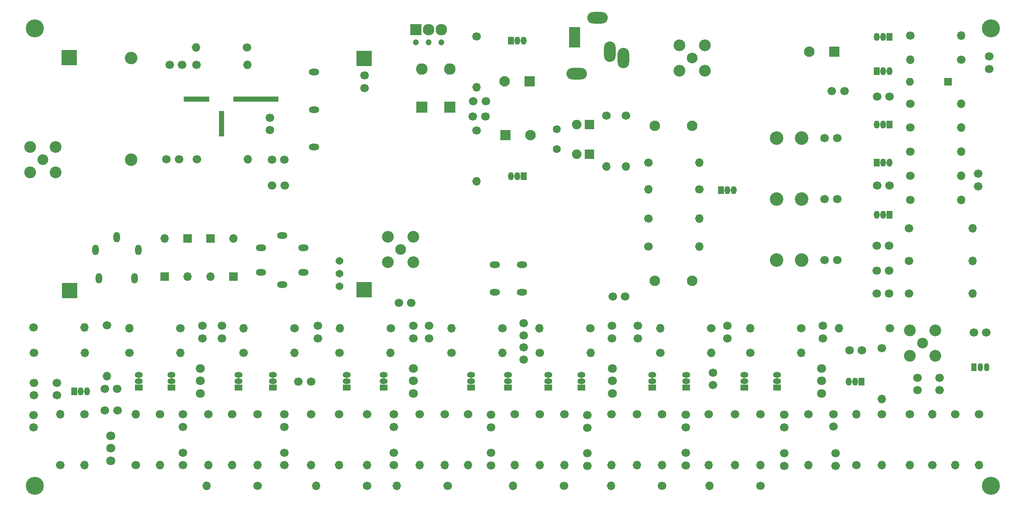
<source format=gbr>
%TF.GenerationSoftware,KiCad,Pcbnew,(5.1.6-0-10_14)*%
%TF.CreationDate,2020-10-31T17:57:06+01:00*%
%TF.ProjectId,FM_Receiver,464d5f52-6563-4656-9976-65722e6b6963,rev?*%
%TF.SameCoordinates,Original*%
%TF.FileFunction,Soldermask,Top*%
%TF.FilePolarity,Negative*%
%FSLAX46Y46*%
G04 Gerber Fmt 4.6, Leading zero omitted, Abs format (unit mm)*
G04 Created by KiCad (PCBNEW (5.1.6-0-10_14)) date 2020-10-31 17:57:06*
%MOMM*%
%LPD*%
G01*
G04 APERTURE LIST*
%ADD10O,2.300000X2.300000*%
%ADD11R,2.300000X2.300000*%
%ADD12O,4.100000X2.300000*%
%ADD13O,2.300000X4.100000*%
%ADD14R,2.300000X4.100000*%
%ADD15C,2.350000*%
%ADD16C,2.150000*%
%ADD17R,1.900000X1.900000*%
%ADD18C,1.900000*%
%ADD19C,1.700000*%
%ADD20O,1.700000X1.700000*%
%ADD21C,3.600000*%
%ADD22C,1.600000*%
%ADD23R,1.150000X1.600000*%
%ADD24O,1.150000X1.600000*%
%ADD25R,1.100000X5.100000*%
%ADD26R,9.100000X1.100000*%
%ADD27R,5.100000X1.100000*%
%ADD28C,2.100000*%
%ADD29R,2.100000X2.100000*%
%ADD30C,1.200000*%
%ADD31C,2.300000*%
%ADD32R,3.148000X3.148000*%
%ADD33R,1.100000X1.600000*%
%ADD34O,1.100000X1.600000*%
%ADD35C,1.540000*%
%ADD36O,2.100000X1.300000*%
%ADD37O,1.300000X2.100000*%
%ADD38C,2.500000*%
%ADD39O,2.500000X2.500000*%
%ADD40R,1.600000X1.150000*%
%ADD41O,1.600000X1.150000*%
%ADD42C,1.800000*%
%ADD43O,1.600000X1.600000*%
%ADD44R,1.600000X1.600000*%
%ADD45C,2.700000*%
%ADD46R,1.700000X1.700000*%
G04 APERTURE END LIST*
D10*
%TO.C,D101*%
X117078000Y-76778000D03*
D11*
X117078000Y-84398000D03*
%TD*%
D10*
%TO.C,D102*%
X122666000Y-76778000D03*
D11*
X122666000Y-84398000D03*
%TD*%
D12*
%TO.C,J107*%
X152158000Y-66528000D03*
D13*
X157358000Y-74528000D03*
X154658000Y-73328000D03*
D12*
X148058000Y-77728000D03*
D14*
X147558000Y-70428000D03*
%TD*%
D15*
%TO.C,J110*%
X168529000Y-77089000D03*
X168529000Y-72009000D03*
X173609000Y-72009000D03*
X173609000Y-77089000D03*
D16*
X171069000Y-74549000D03*
%TD*%
D17*
%TO.C,D103*%
X150548199Y-93756199D03*
D18*
X148008199Y-93756199D03*
%TD*%
%TO.C,D104*%
X148040600Y-87877800D03*
D17*
X150580600Y-87877800D03*
%TD*%
D19*
%TO.C,R103*%
X153933400Y-86074400D03*
D20*
X153933400Y-96234400D03*
%TD*%
%TO.C,R104*%
X157819600Y-96234400D03*
D19*
X157819600Y-86074400D03*
%TD*%
%TO.C,C109*%
X228076000Y-97696800D03*
X228076000Y-100196800D03*
%TD*%
%TO.C,C106*%
X230311200Y-74227200D03*
X230311200Y-76727200D03*
%TD*%
%TO.C,C105*%
X105648000Y-80548000D03*
X105648000Y-78048000D03*
%TD*%
%TO.C,C103*%
X115006000Y-123514000D03*
X112506000Y-123514000D03*
%TD*%
%TO.C,C102*%
X155178000Y-122244000D03*
X157678000Y-122244000D03*
%TD*%
D21*
%TO.C,REF\u002A\u002A*%
X39862000Y-160090000D03*
%TD*%
%TO.C,REF\u002A\u002A*%
X230616000Y-160090000D03*
%TD*%
%TO.C,REF\u002A\u002A*%
X230616000Y-68650000D03*
%TD*%
%TO.C,REF\u002A\u002A*%
X39862000Y-68650000D03*
%TD*%
D22*
%TO.C,TP102*%
X144041200Y-88740800D03*
%TD*%
%TO.C,TP101*%
X144041200Y-92740800D03*
%TD*%
D23*
%TO.C,Q102*%
X134860000Y-71090000D03*
D24*
X137400000Y-71090000D03*
X136130000Y-71090000D03*
%TD*%
D25*
%TO.C,Q201*%
X77120000Y-87675000D03*
D26*
X84045000Y-82750000D03*
D27*
X72195000Y-82750000D03*
%TD*%
D19*
%TO.C,R203*%
X82260000Y-72440000D03*
D20*
X72100000Y-72440000D03*
%TD*%
D19*
%TO.C,C201*%
X68680000Y-94810000D03*
X66180000Y-94810000D03*
%TD*%
%TO.C,C202*%
X69310000Y-75890000D03*
X66810000Y-75890000D03*
%TD*%
%TO.C,C204*%
X86800000Y-86460000D03*
X86800000Y-88960000D03*
%TD*%
%TO.C,R201*%
X72260000Y-94810000D03*
D20*
X82420000Y-94810000D03*
%TD*%
D19*
%TO.C,R102*%
X128000000Y-70200000D03*
D20*
X128000000Y-80360000D03*
%TD*%
D19*
%TO.C,C112*%
X129900000Y-83200000D03*
X127400000Y-83200000D03*
%TD*%
D28*
%TO.C,C111*%
X133600000Y-79200000D03*
D29*
X138600000Y-79200000D03*
%TD*%
D23*
%TO.C,Q101*%
X137400000Y-98200000D03*
D24*
X134860000Y-98200000D03*
X136130000Y-98200000D03*
%TD*%
D19*
%TO.C,C110*%
X127300000Y-86200000D03*
X129800000Y-86200000D03*
%TD*%
D11*
%TO.C,J101*%
X115933000Y-68877000D03*
D30*
X115933000Y-71417000D03*
D31*
X118473000Y-68877000D03*
D30*
X118473000Y-71417000D03*
D31*
X121013000Y-68877000D03*
D30*
X121013000Y-71417000D03*
%TD*%
D32*
%TO.C,J103*%
X46880000Y-121040000D03*
%TD*%
D20*
%TO.C,R101*%
X128000000Y-99160000D03*
D19*
X128000000Y-89000000D03*
%TD*%
D28*
%TO.C,C107*%
X138800000Y-90000000D03*
D29*
X133800000Y-90000000D03*
%TD*%
D32*
%TO.C,J102*%
X46750000Y-74470000D03*
%TD*%
%TO.C,J105*%
X105560000Y-120880000D03*
%TD*%
%TO.C,J104*%
X105630000Y-74630000D03*
%TD*%
D15*
%TO.C,J109*%
X214460000Y-134040000D03*
X214460000Y-128960000D03*
X219540000Y-128960000D03*
X219540000Y-134040000D03*
D16*
X217000000Y-131500000D03*
%TD*%
D19*
%TO.C,C403*%
X216000000Y-140950000D03*
X216000000Y-138450000D03*
%TD*%
D33*
%TO.C,Q401*%
X227250000Y-136350000D03*
D34*
X229790000Y-136350000D03*
X228520000Y-136350000D03*
%TD*%
D20*
%TO.C,R403*%
X223550000Y-155930600D03*
D19*
X223550000Y-145770600D03*
%TD*%
D20*
%TO.C,R402*%
X219000000Y-145770600D03*
D19*
X219000000Y-155930600D03*
%TD*%
%TO.C,C108*%
X198922000Y-81153000D03*
X201422000Y-81153000D03*
%TD*%
%TO.C,C104*%
X199644000Y-153583000D03*
X199644000Y-156083000D03*
%TD*%
D28*
%TO.C,C101*%
X194390000Y-73279000D03*
D29*
X199390000Y-73279000D03*
%TD*%
D20*
%TO.C,L501*%
X227009200Y-121666000D03*
D19*
X214309200Y-121666000D03*
%TD*%
D20*
%TO.C,L502*%
X227009200Y-115122400D03*
D19*
X214309200Y-115122400D03*
%TD*%
D15*
%TO.C,J108*%
X110372400Y-115335200D03*
X110372400Y-110255200D03*
X115452400Y-110255200D03*
X115452400Y-115335200D03*
D16*
X112912400Y-112795200D03*
%TD*%
D35*
%TO.C,RV201*%
X100712000Y-120150000D03*
X100712000Y-117610000D03*
X100712000Y-115070000D03*
%TD*%
D36*
%TO.C,T202*%
X85065600Y-117381400D03*
X93498400Y-117381400D03*
X93498400Y-112504600D03*
X85065600Y-112504600D03*
X89282000Y-110043000D03*
X89282000Y-119843000D03*
%TD*%
D19*
%TO.C,R202*%
X72160000Y-75890000D03*
D20*
X82320000Y-75890000D03*
%TD*%
D19*
%TO.C,C317*%
X118529100Y-130606800D03*
X118529100Y-128106800D03*
%TD*%
D20*
%TO.C,R325*%
X123024900Y-128550000D03*
D19*
X133184900Y-128550000D03*
%TD*%
D20*
%TO.C,R327*%
X133210300Y-133502400D03*
D19*
X123050300Y-133502400D03*
%TD*%
D37*
%TO.C,T201*%
X59818000Y-118549800D03*
X60554600Y-112885600D03*
X56262000Y-110396400D03*
X52706000Y-118549800D03*
X51969400Y-112885600D03*
%TD*%
D36*
%TO.C,T301*%
X131648200Y-121335800D03*
X137083800Y-121335800D03*
X131648200Y-115900200D03*
X137083800Y-115900200D03*
%TD*%
D16*
%TO.C,J106*%
X41538400Y-94913600D03*
D15*
X38998400Y-92373600D03*
X38998400Y-97453600D03*
X44078400Y-97453600D03*
X44078400Y-92373600D03*
%TD*%
D28*
%TO.C,C510*%
X171076000Y-88138000D03*
X163576000Y-88138000D03*
%TD*%
D36*
%TO.C,L202*%
X95600000Y-92350000D03*
X95600000Y-84850000D03*
X95600000Y-77350000D03*
%TD*%
D19*
%TO.C,C203*%
X89696800Y-94862800D03*
X87196800Y-94862800D03*
%TD*%
%TO.C,C205*%
X87246000Y-100043000D03*
X89746000Y-100043000D03*
%TD*%
D38*
%TO.C,L201*%
X59090000Y-94880000D03*
D39*
X59090000Y-74560000D03*
%TD*%
D19*
%TO.C,C301*%
X39751000Y-139458700D03*
X39751000Y-141958700D03*
%TD*%
%TO.C,C303*%
X44272200Y-139486000D03*
X44272200Y-141986000D03*
%TD*%
D23*
%TO.C,Q301*%
X47790100Y-141147800D03*
D24*
X50330100Y-141147800D03*
X49060100Y-141147800D03*
%TD*%
D20*
%TO.C,R301*%
X49885600Y-133502400D03*
D19*
X39725600Y-133502400D03*
%TD*%
D20*
%TO.C,R304*%
X49834800Y-128409700D03*
D19*
X39674800Y-128409700D03*
%TD*%
%TO.C,C302*%
X39674800Y-148410300D03*
X39674800Y-145910300D03*
%TD*%
%TO.C,C304*%
X53875300Y-144970500D03*
X56375300Y-144970500D03*
%TD*%
%TO.C,C305*%
X53835300Y-140652500D03*
X56335300Y-140652500D03*
%TD*%
%TO.C,C306*%
X69430900Y-153430600D03*
X69430900Y-155930600D03*
%TD*%
%TO.C,C307*%
X69430900Y-148270600D03*
X69430900Y-145770600D03*
%TD*%
%TO.C,C308*%
X73329800Y-128106800D03*
X73329800Y-130606800D03*
%TD*%
%TO.C,C309*%
X77254100Y-130606800D03*
X77254100Y-128106800D03*
%TD*%
D40*
%TO.C,Q302*%
X60655200Y-140423900D03*
D41*
X60655200Y-137883900D03*
X60655200Y-139153900D03*
%TD*%
D40*
%TO.C,Q303*%
X67144900Y-140423900D03*
D41*
X67144900Y-137883900D03*
X67144900Y-139153900D03*
%TD*%
D20*
%TO.C,R302*%
X49822100Y-155930600D03*
D19*
X49822100Y-145770600D03*
%TD*%
D20*
%TO.C,R303*%
X44996100Y-145770600D03*
D19*
X44996100Y-155930600D03*
%TD*%
D20*
%TO.C,R305*%
X54254400Y-138176000D03*
D19*
X54254400Y-128016000D03*
%TD*%
D20*
%TO.C,R306*%
X60032900Y-145770600D03*
D19*
X60032900Y-155930600D03*
%TD*%
D20*
%TO.C,R307*%
X58762900Y-128550000D03*
D19*
X68922900Y-128550000D03*
%TD*%
D20*
%TO.C,R308*%
X64858900Y-155930600D03*
D19*
X64858900Y-145770600D03*
%TD*%
D20*
%TO.C,R309*%
X68922900Y-133502400D03*
D19*
X58762900Y-133502400D03*
%TD*%
D20*
%TO.C,R310*%
X74510900Y-155930600D03*
D19*
X74510900Y-145770600D03*
%TD*%
D42*
%TO.C,Y301*%
X55016400Y-155063200D03*
X55016400Y-152563200D03*
X55016400Y-150063200D03*
%TD*%
%TO.C,Y302*%
X72910700Y-141588500D03*
X72910700Y-139088500D03*
X72910700Y-136588500D03*
%TD*%
D19*
%TO.C,C501*%
X207857600Y-121666000D03*
X210357600Y-121666000D03*
%TD*%
%TO.C,C504*%
X207939000Y-100076000D03*
X210439000Y-100076000D03*
%TD*%
%TO.C,C502*%
X207857600Y-117094000D03*
X210357600Y-117094000D03*
%TD*%
%TO.C,C505*%
X207939000Y-82296000D03*
X210439000Y-82296000D03*
%TD*%
%TO.C,C506*%
X199985000Y-90551000D03*
X197485000Y-90551000D03*
%TD*%
%TO.C,C507*%
X199985000Y-102743000D03*
X197485000Y-102743000D03*
%TD*%
%TO.C,C508*%
X199985000Y-114935000D03*
X197485000Y-114935000D03*
%TD*%
D28*
%TO.C,C509*%
X171076000Y-119126000D03*
X163576000Y-119126000D03*
%TD*%
D43*
%TO.C,D501*%
X214523200Y-79292856D03*
D44*
X222143200Y-79292856D03*
%TD*%
D45*
%TO.C,L504*%
X187913000Y-90551000D03*
X192913000Y-90551000D03*
%TD*%
%TO.C,L505*%
X187913000Y-102743000D03*
X192913000Y-102743000D03*
%TD*%
%TO.C,L506*%
X187913000Y-114935000D03*
X192913000Y-114935000D03*
%TD*%
D23*
%TO.C,Q501*%
X210439000Y-105918000D03*
D24*
X207899000Y-105918000D03*
X209169000Y-105918000D03*
%TD*%
D23*
%TO.C,Q502*%
X207899000Y-95504000D03*
D24*
X210439000Y-95504000D03*
X209169000Y-95504000D03*
%TD*%
D23*
%TO.C,Q503*%
X210439000Y-87884000D03*
D24*
X207899000Y-87884000D03*
X209169000Y-87884000D03*
%TD*%
D23*
%TO.C,Q504*%
X207899000Y-77216000D03*
D24*
X210439000Y-77216000D03*
X209169000Y-77216000D03*
%TD*%
D23*
%TO.C,Q505*%
X210439000Y-70358000D03*
D24*
X207899000Y-70358000D03*
X209169000Y-70358000D03*
%TD*%
D23*
%TO.C,Q506*%
X176784000Y-100965000D03*
D24*
X179324000Y-100965000D03*
X178054000Y-100965000D03*
%TD*%
D20*
%TO.C,R501*%
X224723200Y-102940000D03*
D19*
X214563200Y-102940000D03*
%TD*%
D20*
%TO.C,R502*%
X224723200Y-98120568D03*
D19*
X214563200Y-98120568D03*
%TD*%
D20*
%TO.C,R503*%
X224723200Y-93301140D03*
D19*
X214563200Y-93301140D03*
%TD*%
D20*
%TO.C,R504*%
X224723200Y-88481712D03*
D19*
X214563200Y-88481712D03*
%TD*%
D20*
%TO.C,R505*%
X224723200Y-83662284D03*
D19*
X214563200Y-83662284D03*
%TD*%
D20*
%TO.C,R506*%
X214563200Y-74923428D03*
D19*
X224723200Y-74923428D03*
%TD*%
D20*
%TO.C,R507*%
X224723200Y-70104000D03*
D19*
X214563200Y-70104000D03*
%TD*%
D20*
%TO.C,R508*%
X172466000Y-106680000D03*
D19*
X162306000Y-106680000D03*
%TD*%
D20*
%TO.C,R509*%
X172466000Y-112268000D03*
D19*
X162306000Y-112268000D03*
%TD*%
D20*
%TO.C,R510*%
X172466000Y-95504000D03*
D19*
X162306000Y-95504000D03*
%TD*%
D20*
%TO.C,R511*%
X162306000Y-100838000D03*
D19*
X172466000Y-100838000D03*
%TD*%
%TO.C,C310*%
X89662000Y-153456000D03*
X89662000Y-155956000D03*
%TD*%
D40*
%TO.C,Q315*%
X187985400Y-140423900D03*
D41*
X187985400Y-137883900D03*
X187985400Y-139153900D03*
%TD*%
D19*
%TO.C,C325*%
X160223200Y-130606800D03*
X160223200Y-128106800D03*
%TD*%
%TO.C,C311*%
X89662000Y-148296000D03*
X89662000Y-145796000D03*
%TD*%
%TO.C,C326*%
X169748200Y-153494100D03*
X169748200Y-155994100D03*
%TD*%
%TO.C,C312*%
X92508700Y-139217400D03*
X95008700Y-139217400D03*
%TD*%
%TO.C,C327*%
X169748200Y-148372200D03*
X169748200Y-145872200D03*
%TD*%
%TO.C,C313*%
X96393000Y-130606800D03*
X96393000Y-128106800D03*
%TD*%
%TO.C,C328*%
X175221900Y-137426700D03*
X175221900Y-139926700D03*
%TD*%
%TO.C,C314*%
X111569500Y-153456000D03*
X111569500Y-155956000D03*
%TD*%
%TO.C,C329*%
X178117500Y-130606800D03*
X178117500Y-128106800D03*
%TD*%
%TO.C,C315*%
X111506000Y-148296000D03*
X111506000Y-145796000D03*
%TD*%
%TO.C,C330*%
X189382400Y-153557600D03*
X189382400Y-156057600D03*
%TD*%
%TO.C,C316*%
X115443000Y-128106800D03*
X115443000Y-130606800D03*
%TD*%
%TO.C,C331*%
X189395100Y-148384900D03*
X189395100Y-145884900D03*
%TD*%
%TO.C,C332*%
X197129400Y-128106800D03*
X197129400Y-130606800D03*
%TD*%
%TO.C,C318*%
X130898900Y-156006800D03*
X130898900Y-153506800D03*
%TD*%
%TO.C,C319*%
X130898900Y-148346800D03*
X130898900Y-145846800D03*
%TD*%
%TO.C,C333*%
X199275700Y-145721700D03*
X199275700Y-148221700D03*
%TD*%
%TO.C,C320*%
X137414000Y-134874000D03*
X137414000Y-132374000D03*
%TD*%
%TO.C,C334*%
X204950000Y-132950000D03*
X202450000Y-132950000D03*
%TD*%
%TO.C,C321*%
X137414000Y-127548000D03*
X137414000Y-130048000D03*
%TD*%
%TO.C,C322*%
X150126700Y-153583000D03*
X150126700Y-156083000D03*
%TD*%
%TO.C,C323*%
X150152100Y-148435700D03*
X150152100Y-145935700D03*
%TD*%
%TO.C,C324*%
X155067000Y-128106800D03*
X155067000Y-130606800D03*
%TD*%
%TO.C,C402*%
X220450000Y-138450000D03*
X220450000Y-140950000D03*
%TD*%
D46*
%TO.C,D201*%
X74931000Y-110625000D03*
D20*
X74931000Y-118245000D03*
%TD*%
D46*
%TO.C,D202*%
X79503000Y-118245000D03*
D20*
X79503000Y-110625000D03*
%TD*%
D46*
%TO.C,D203*%
X65787000Y-118245000D03*
D20*
X65787000Y-110625000D03*
%TD*%
D46*
%TO.C,D204*%
X70359000Y-110625000D03*
D20*
X70359000Y-118245000D03*
%TD*%
D40*
%TO.C,Q304*%
X80518000Y-140423900D03*
D41*
X80518000Y-137883900D03*
X80518000Y-139153900D03*
%TD*%
D40*
%TO.C,Q305*%
X87376000Y-140423900D03*
D41*
X87376000Y-137883900D03*
X87376000Y-139153900D03*
%TD*%
D40*
%TO.C,Q312*%
X163080700Y-140423900D03*
D41*
X163080700Y-137883900D03*
X163080700Y-139153900D03*
%TD*%
D40*
%TO.C,Q313*%
X169900600Y-140423900D03*
D41*
X169900600Y-137883900D03*
X169900600Y-139153900D03*
%TD*%
D40*
%TO.C,Q306*%
X102108000Y-140423900D03*
D41*
X102108000Y-137883900D03*
X102108000Y-139153900D03*
%TD*%
D40*
%TO.C,Q307*%
X109474000Y-140423900D03*
D41*
X109474000Y-137883900D03*
X109474000Y-139153900D03*
%TD*%
D40*
%TO.C,Q314*%
X181470300Y-140423900D03*
D41*
X181470300Y-137883900D03*
X181470300Y-139153900D03*
%TD*%
D40*
%TO.C,Q308*%
X126961900Y-140423900D03*
D41*
X126961900Y-137883900D03*
X126961900Y-139153900D03*
%TD*%
D40*
%TO.C,Q309*%
X134315200Y-140423900D03*
D41*
X134315200Y-137883900D03*
X134315200Y-139153900D03*
%TD*%
D23*
%TO.C,Q316*%
X204850000Y-139200000D03*
D24*
X202310000Y-139200000D03*
X203580000Y-139200000D03*
%TD*%
D40*
%TO.C,Q310*%
X142341600Y-140423900D03*
D41*
X142341600Y-137883900D03*
X142341600Y-139153900D03*
%TD*%
D40*
%TO.C,Q311*%
X148945600Y-140423900D03*
D41*
X148945600Y-137883900D03*
X148945600Y-139153900D03*
%TD*%
D20*
%TO.C,R311*%
X74155300Y-160058100D03*
D19*
X84315300Y-160058100D03*
%TD*%
D20*
%TO.C,R312*%
X79248000Y-155930600D03*
D19*
X79248000Y-145770600D03*
%TD*%
D20*
%TO.C,R313*%
X81572100Y-128550000D03*
D19*
X91732100Y-128550000D03*
%TD*%
D20*
%TO.C,R314*%
X84328000Y-155930600D03*
D19*
X84328000Y-145770600D03*
%TD*%
D20*
%TO.C,R335*%
X160020000Y-155930600D03*
D19*
X160020000Y-145770600D03*
%TD*%
D20*
%TO.C,R315*%
X91732100Y-133502400D03*
D19*
X81572100Y-133502400D03*
%TD*%
D20*
%TO.C,R336*%
X164680900Y-128550000D03*
D19*
X174840900Y-128550000D03*
%TD*%
D20*
%TO.C,R316*%
X94996000Y-155930600D03*
D19*
X94996000Y-145770600D03*
%TD*%
D20*
%TO.C,R337*%
X165061900Y-155930600D03*
D19*
X165061900Y-145770600D03*
%TD*%
D20*
%TO.C,R338*%
X154901900Y-160058100D03*
D19*
X165061900Y-160058100D03*
%TD*%
%TO.C,R317*%
X106172000Y-160058100D03*
D20*
X96012000Y-160058100D03*
%TD*%
%TO.C,R339*%
X174840900Y-133502400D03*
D19*
X164680900Y-133502400D03*
%TD*%
D20*
%TO.C,R318*%
X100584000Y-155930600D03*
D19*
X100584000Y-145770600D03*
%TD*%
D20*
%TO.C,R340*%
X174345600Y-155930600D03*
D19*
X174345600Y-145770600D03*
%TD*%
D20*
%TO.C,R319*%
X100812600Y-128550000D03*
D19*
X110972600Y-128550000D03*
%TD*%
D20*
%TO.C,R320*%
X106172000Y-155930600D03*
D19*
X106172000Y-145770600D03*
%TD*%
D20*
%TO.C,R341*%
X179616100Y-155930600D03*
D19*
X179616100Y-145770600D03*
%TD*%
D20*
%TO.C,R321*%
X110883700Y-133502400D03*
D19*
X100723700Y-133502400D03*
%TD*%
D20*
%TO.C,R342*%
X182689500Y-128550000D03*
D19*
X192849500Y-128550000D03*
%TD*%
D20*
%TO.C,R322*%
X116713000Y-155930600D03*
D19*
X116713000Y-145770600D03*
%TD*%
D20*
%TO.C,R343*%
X184708800Y-155930600D03*
D19*
X184708800Y-145770600D03*
%TD*%
D20*
%TO.C,R344*%
X174561500Y-160058100D03*
D19*
X184721500Y-160058100D03*
%TD*%
D20*
%TO.C,R345*%
X192824100Y-133502400D03*
D19*
X182664100Y-133502400D03*
%TD*%
D20*
%TO.C,R346*%
X194233800Y-155930600D03*
D19*
X194233800Y-145770600D03*
%TD*%
D20*
%TO.C,R323*%
X112141000Y-160058100D03*
D19*
X122301000Y-160058100D03*
%TD*%
D20*
%TO.C,R324*%
X121678700Y-155930600D03*
D19*
X121678700Y-145770600D03*
%TD*%
D20*
%TO.C,R326*%
X126365000Y-155930600D03*
D19*
X126365000Y-145770600D03*
%TD*%
D20*
%TO.C,R328*%
X135623300Y-155930600D03*
D19*
X135623300Y-145770600D03*
%TD*%
D20*
%TO.C,R347*%
X203784200Y-145770600D03*
D19*
X203784200Y-155930600D03*
%TD*%
D20*
%TO.C,R348*%
X208876900Y-155930600D03*
D19*
X208876900Y-145770600D03*
%TD*%
D20*
%TO.C,R349*%
X208900000Y-142710000D03*
D19*
X208900000Y-132550000D03*
%TD*%
D20*
%TO.C,R329*%
X140614400Y-155930600D03*
D19*
X140614400Y-145770600D03*
%TD*%
D20*
%TO.C,R350*%
X200340000Y-128550000D03*
D19*
X210500000Y-128550000D03*
%TD*%
D20*
%TO.C,R330*%
X140576300Y-128550000D03*
D19*
X150736300Y-128550000D03*
%TD*%
D20*
%TO.C,R331*%
X145529300Y-155930600D03*
D19*
X145529300Y-145770600D03*
%TD*%
D20*
%TO.C,R332*%
X135343900Y-160058100D03*
D19*
X145503900Y-160058100D03*
%TD*%
D20*
%TO.C,R333*%
X150774400Y-133502400D03*
D19*
X140614400Y-133502400D03*
%TD*%
D20*
%TO.C,R334*%
X154927300Y-155930600D03*
D19*
X154927300Y-145770600D03*
%TD*%
D20*
%TO.C,R401*%
X228300000Y-155930600D03*
D19*
X228300000Y-145770600D03*
%TD*%
D20*
%TO.C,R404*%
X214520300Y-155930600D03*
D19*
X214520300Y-145770600D03*
%TD*%
D42*
%TO.C,Y304*%
X155092400Y-141588500D03*
X155092400Y-139088500D03*
X155092400Y-136588500D03*
%TD*%
%TO.C,Y303*%
X115443000Y-141588500D03*
X115443000Y-139088500D03*
X115443000Y-136588500D03*
%TD*%
%TO.C,Y305*%
X196850000Y-141588500D03*
X196850000Y-139088500D03*
X196850000Y-136588500D03*
%TD*%
D19*
%TO.C,C401*%
X227263200Y-129457600D03*
X229763200Y-129457600D03*
%TD*%
%TO.C,C503*%
X210357600Y-112033200D03*
X207857600Y-112033200D03*
%TD*%
%TO.C,L503*%
X214309200Y-108578800D03*
D20*
X227009200Y-108578800D03*
%TD*%
M02*

</source>
